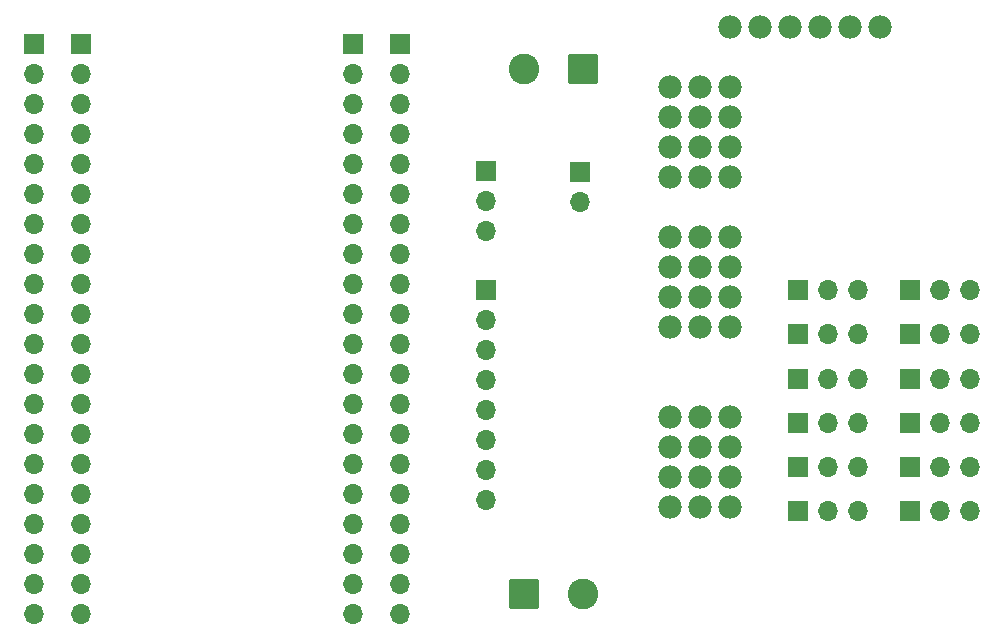
<source format=gbr>
%TF.GenerationSoftware,KiCad,Pcbnew,9.0.0*%
%TF.CreationDate,2025-03-26T16:30:54-04:00*%
%TF.ProjectId,spotmicro23mm,73706f74-6d69-4637-926f-32336d6d2e6b,rev?*%
%TF.SameCoordinates,Original*%
%TF.FileFunction,Soldermask,Top*%
%TF.FilePolarity,Negative*%
%FSLAX46Y46*%
G04 Gerber Fmt 4.6, Leading zero omitted, Abs format (unit mm)*
G04 Created by KiCad (PCBNEW 9.0.0) date 2025-03-26 16:30:54*
%MOMM*%
%LPD*%
G01*
G04 APERTURE LIST*
G04 Aperture macros list*
%AMRoundRect*
0 Rectangle with rounded corners*
0 $1 Rounding radius*
0 $2 $3 $4 $5 $6 $7 $8 $9 X,Y pos of 4 corners*
0 Add a 4 corners polygon primitive as box body*
4,1,4,$2,$3,$4,$5,$6,$7,$8,$9,$2,$3,0*
0 Add four circle primitives for the rounded corners*
1,1,$1+$1,$2,$3*
1,1,$1+$1,$4,$5*
1,1,$1+$1,$6,$7*
1,1,$1+$1,$8,$9*
0 Add four rect primitives between the rounded corners*
20,1,$1+$1,$2,$3,$4,$5,0*
20,1,$1+$1,$4,$5,$6,$7,0*
20,1,$1+$1,$6,$7,$8,$9,0*
20,1,$1+$1,$8,$9,$2,$3,0*%
G04 Aperture macros list end*
%ADD10R,1.700000X1.700000*%
%ADD11O,1.700000X1.700000*%
%ADD12RoundRect,0.250000X1.050000X1.050000X-1.050000X1.050000X-1.050000X-1.050000X1.050000X-1.050000X0*%
%ADD13C,2.600000*%
%ADD14RoundRect,0.250000X-1.050000X-1.050000X1.050000X-1.050000X1.050000X1.050000X-1.050000X1.050000X0*%
%ADD15C,1.982000*%
G04 APERTURE END LIST*
D10*
%TO.C,J9*%
X146170000Y-88000000D03*
D11*
X148710000Y-88000000D03*
X151250000Y-88000000D03*
%TD*%
D10*
%TO.C,J14*%
X85500000Y-63400000D03*
D11*
X85500000Y-65940000D03*
X85500000Y-68480000D03*
X85500000Y-71020000D03*
X85500000Y-73560000D03*
X85500000Y-76100000D03*
X85500000Y-78640000D03*
X85500000Y-81180000D03*
X85500000Y-83720000D03*
X85500000Y-86260000D03*
X85500000Y-88800000D03*
X85500000Y-91340000D03*
X85500000Y-93880000D03*
X85500000Y-96420000D03*
X85500000Y-98960000D03*
X85500000Y-101500000D03*
X85500000Y-104040000D03*
X85500000Y-106580000D03*
X85500000Y-109120000D03*
X85500000Y-111660000D03*
%TD*%
D10*
%TO.C,J6*%
X155670000Y-99250000D03*
D11*
X158210000Y-99250000D03*
X160750000Y-99250000D03*
%TD*%
D10*
%TO.C,J18*%
X127750000Y-74250000D03*
D11*
X127750000Y-76790000D03*
%TD*%
D12*
%TO.C,J21*%
X127993453Y-65577500D03*
D13*
X122993453Y-65577500D03*
%TD*%
D10*
%TO.C,J4*%
X155670000Y-91750000D03*
D11*
X158210000Y-91750000D03*
X160750000Y-91750000D03*
%TD*%
D10*
%TO.C,J17*%
X112500000Y-63400000D03*
D11*
X112500000Y-65940000D03*
X112500000Y-68480000D03*
X112500000Y-71020000D03*
X112500000Y-73560000D03*
X112500000Y-76100000D03*
X112500000Y-78640000D03*
X112500000Y-81180000D03*
X112500000Y-83720000D03*
X112500000Y-86260000D03*
X112500000Y-88800000D03*
X112500000Y-91340000D03*
X112500000Y-93880000D03*
X112500000Y-96420000D03*
X112500000Y-98960000D03*
X112500000Y-101500000D03*
X112500000Y-104040000D03*
X112500000Y-106580000D03*
X112500000Y-109120000D03*
X112500000Y-111660000D03*
%TD*%
D10*
%TO.C,J13*%
X146170000Y-103000000D03*
D11*
X148710000Y-103000000D03*
X151250000Y-103000000D03*
%TD*%
D10*
%TO.C,J3*%
X155670000Y-88000000D03*
D11*
X158210000Y-88000000D03*
X160750000Y-88000000D03*
%TD*%
D10*
%TO.C,J15*%
X108500000Y-63400000D03*
D11*
X108500000Y-65940000D03*
X108500000Y-68480000D03*
X108500000Y-71020000D03*
X108500000Y-73560000D03*
X108500000Y-76100000D03*
X108500000Y-78640000D03*
X108500000Y-81180000D03*
X108500000Y-83720000D03*
X108500000Y-86260000D03*
X108500000Y-88800000D03*
X108500000Y-91340000D03*
X108500000Y-93880000D03*
X108500000Y-96420000D03*
X108500000Y-98960000D03*
X108500000Y-101500000D03*
X108500000Y-104040000D03*
X108500000Y-106580000D03*
X108500000Y-109120000D03*
X108500000Y-111660000D03*
%TD*%
D10*
%TO.C,J11*%
X146170000Y-95500000D03*
D11*
X148710000Y-95500000D03*
X151250000Y-95500000D03*
%TD*%
D14*
%TO.C,J1*%
X123000000Y-110000000D03*
D13*
X128000000Y-110000000D03*
%TD*%
D10*
%TO.C,J16*%
X81500000Y-63400000D03*
D11*
X81500000Y-65940000D03*
X81500000Y-68480000D03*
X81500000Y-71020000D03*
X81500000Y-73560000D03*
X81500000Y-76100000D03*
X81500000Y-78640000D03*
X81500000Y-81180000D03*
X81500000Y-83720000D03*
X81500000Y-86260000D03*
X81500000Y-88800000D03*
X81500000Y-91340000D03*
X81500000Y-93880000D03*
X81500000Y-96420000D03*
X81500000Y-98960000D03*
X81500000Y-101500000D03*
X81500000Y-104040000D03*
X81500000Y-106580000D03*
X81500000Y-109120000D03*
X81500000Y-111660000D03*
%TD*%
D10*
%TO.C,J8*%
X146170000Y-84250000D03*
D11*
X148710000Y-84250000D03*
X151250000Y-84250000D03*
%TD*%
D10*
%TO.C,J5*%
X155670000Y-95500000D03*
D11*
X158210000Y-95500000D03*
X160750000Y-95500000D03*
%TD*%
D10*
%TO.C,J10*%
X146170000Y-91750000D03*
D11*
X148710000Y-91750000D03*
X151250000Y-91750000D03*
%TD*%
D10*
%TO.C,J20*%
X119800000Y-84260000D03*
D11*
X119800000Y-86800000D03*
X119800000Y-89340000D03*
X119800000Y-91880000D03*
X119800000Y-94420000D03*
X119800000Y-96960000D03*
X119800000Y-99500000D03*
X119800000Y-102040000D03*
%TD*%
D10*
%TO.C,J12*%
X146170000Y-99250000D03*
D11*
X148710000Y-99250000D03*
X151250000Y-99250000D03*
%TD*%
D10*
%TO.C,J19*%
X119750000Y-74210000D03*
D11*
X119750000Y-76750000D03*
X119750000Y-79290000D03*
%TD*%
D10*
%TO.C,J7*%
X155670000Y-103000000D03*
D11*
X158210000Y-103000000D03*
X160750000Y-103000000D03*
%TD*%
D15*
%TO.C,U2*%
X140440000Y-67050000D03*
X140440000Y-69590000D03*
X140440000Y-72130000D03*
X140440000Y-74670000D03*
X140440000Y-79750000D03*
X140440000Y-82290000D03*
X140440000Y-84830000D03*
X140440000Y-87370000D03*
X140440000Y-94990000D03*
X140440000Y-97530000D03*
X140440000Y-100070000D03*
X140440000Y-102610000D03*
X153140000Y-61970000D03*
X135360000Y-67050000D03*
X135360000Y-69590000D03*
X135360000Y-72130000D03*
X135360000Y-74670000D03*
X135360000Y-79750000D03*
X135360000Y-82290000D03*
X135360000Y-84830000D03*
X135360000Y-87370000D03*
X135360000Y-94990000D03*
X135360000Y-97530000D03*
X135360000Y-100070000D03*
X135360000Y-102610000D03*
X150600000Y-61970000D03*
X148060000Y-61970000D03*
X145520000Y-61970000D03*
X140440000Y-61970000D03*
X137900000Y-67050000D03*
X137900000Y-69590000D03*
X137900000Y-72130000D03*
X137900000Y-74670000D03*
X137900000Y-79750000D03*
X137900000Y-82290000D03*
X137900000Y-84830000D03*
X137900000Y-87370000D03*
X137900000Y-94990000D03*
X137900000Y-97530000D03*
X137900000Y-100070000D03*
X137900000Y-102610000D03*
X142980000Y-61970000D03*
%TD*%
D10*
%TO.C,J2*%
X155670000Y-84250000D03*
D11*
X158210000Y-84250000D03*
X160750000Y-84250000D03*
%TD*%
M02*

</source>
